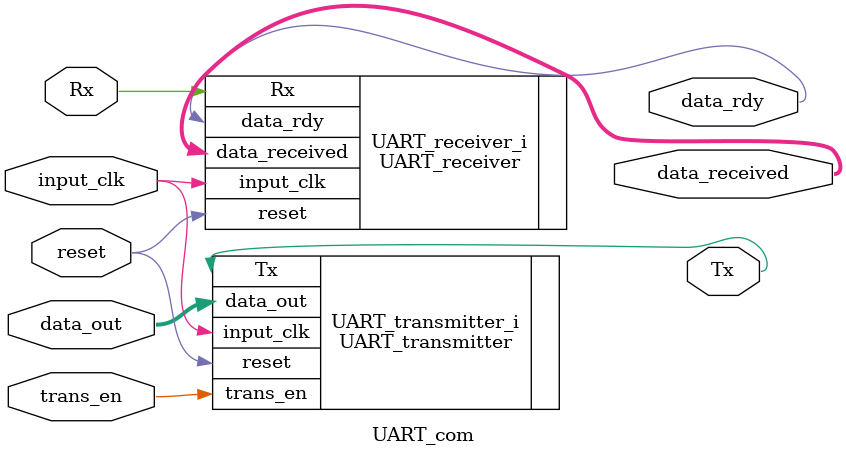
<source format=sv>
`timescale 1ns / 1ps


module UART_com(
		input 			input_clk, reset, trans_en, Rx,
		input [7:0] 	data_out,
		output 			data_rdy, Tx,
		output [7:0]	data_received
    );

	UART_receiver UART_receiver_i(
     .input_clk(input_clk), .reset(reset),  .data_received(data_received), .data_rdy(data_rdy), .Rx(Rx)
    );

	UART_transmitter UART_transmitter_i(
     .input_clk(input_clk), .reset(reset), .trans_en(trans_en), .data_out(data_out), .Tx(Tx)
    );
endmodule

</source>
